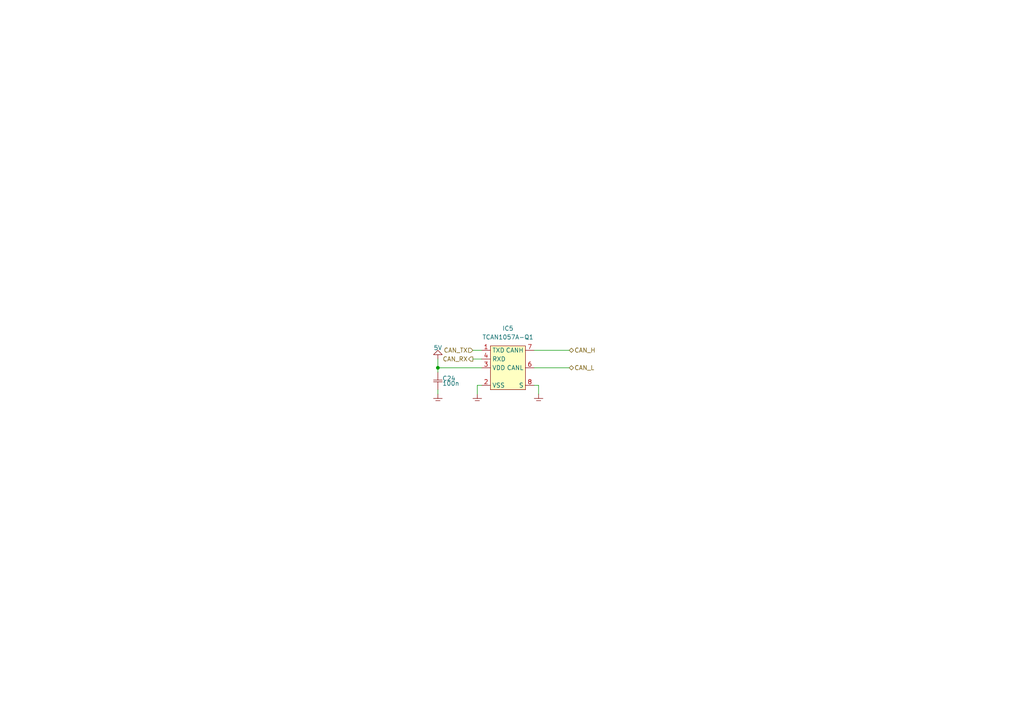
<source format=kicad_sch>
(kicad_sch (version 20231120) (generator "eeschema") (generator_version "8.0")
  (paper "A4")
  (title_block (title "CAN bus to RC servo adapter") (date "2024-05-21") (rev "0") (comment 1 "CAN bus interface"))
  (lib_symbols
    (symbol "generic:5V" (power) (pin_numbers hide) (pin_names (offset 0) hide)
      (property "Value" "5V" (at 0 3.81 0))
      (symbol "5V_0_1"
        (polyline (pts (xy 0 0) (xy 0 1.27) (xy -1.27 1.27) (xy 0 2.54) (xy 1.27 1.27) (xy 0 1.27)))
      )
      (symbol "5V_1_1"
        (pin power_in line (at 0 0 90) (length 2.54) hide (name "5V") (number "~"))
      )
    )
    (symbol "generic:C" (pin_numbers hide) (pin_names (offset 0) hide)
      (property "Reference" "C" (at 2.54 0 0))
      (symbol "C_0_1"
        (polyline (pts (xy -1.27 -0.254) (xy 1.27 -0.254)))
        (polyline (pts (xy 1.27 0.254) (xy -1.27 0.254)))
      )
      (symbol "C_1_1"
        (pin bidirectional line (at 0 2.54 270) (length 2.3114) (name "~") (number "1"))
        (pin bidirectional line (at 0 -2.54 90) (length 2.3114) (name "~") (number "2"))
      )
    )
    (symbol "generic:GND" (power) (pin_numbers hide) (pin_names (offset 0) hide)
      (symbol "GND_0_1"
        (polyline (pts (xy -1.27 -1.27) (xy 1.27 -1.27)))
        (polyline (pts (xy 0 -2.54) (xy 0 -2.54)))
        (polyline (pts (xy 0 -1.27) (xy 0 0)))
        (polyline (pts (xy 0.635 -1.905) (xy -0.635 -1.905)))
      )
      (symbol "GND_1_1"
        (pin power_in line (at 0 0 270) (length 2.54) hide (name "GND") (number "~"))
      )
    )
    (symbol "serial:TCAN1057A-Q1"
      (property "Reference" "IC" (at 0 10.16 0))
      (property "Value" "TCAN1057A-Q1" (at 0 7.62 0))
      (symbol "TCAN1057A-Q1_0_1"
        (rectangle (start 5.08 -6.35) (end 5.08 -6.35))
      )
      (symbol "TCAN1057A-Q1_1_1"
        (rectangle (start -5.08 6.35) (end 5.08 -6.35) (fill (type background)))
        (pin input line (at -7.62 5.08 0) (length 2.54) (name "TXD") (number "1"))
        (pin power_out line (at -7.62 -5.08 0) (length 2.54) (name "VSS") (number "2"))
        (pin power_in line (at -7.62 0 0) (length 2.54) (name "VDD") (number "3"))
        (pin output line (at -7.62 2.54 0) (length 2.54) (name "RXD") (number "4"))
        (pin bidirectional line (at 7.62 0 180) (length 2.54) (name "CANL") (number "6"))
        (pin bidirectional line (at 7.62 5.08 180) (length 2.54) (name "CANH") (number "7"))
        (pin input line (at 7.62 -5.08 180) (length 2.54) (name "S") (number "8"))
      )
    )
  )
  (junction (at 127 106.68))
  (wire (pts (xy 139.7 111.76) (xy 138.43 111.76)))
  (wire (pts (xy 127 106.68) (xy 139.7 106.68)))
  (wire (pts (xy 154.94 101.6) (xy 165.1 101.6)))
  (wire (pts (xy 154.94 106.68) (xy 165.1 106.68)))
  (wire (pts (xy 127 107.95) (xy 127 106.68)))
  (wire (pts (xy 156.21 111.76) (xy 154.94 111.76)))
  (wire (pts (xy 137.16 101.6) (xy 139.7 101.6)))
  (wire (pts (xy 137.16 104.14) (xy 139.7 104.14)))
  (wire (pts (xy 127 113.03) (xy 127 114.3)))
  (wire (pts (xy 138.43 111.76) (xy 138.43 114.3)))
  (wire (pts (xy 127 104.14) (xy 127 106.68)))
  (wire (pts (xy 156.21 111.76) (xy 156.21 114.3)))
  (hierarchical_label "CAN_L" (shape bidirectional) (at 165.1 106.68 0))
  (hierarchical_label "CAN_RX" (shape output) (at 137.16 104.14 180))
  (hierarchical_label "CAN_TX" (shape input) (at 137.16 101.6 180))
  (hierarchical_label "CAN_H" (shape bidirectional) (at 165.1 101.6 0))
  (symbol (lib_id "generic:GND") (at 138.43 114.3 0) (unit 1)
    (property "Reference" "#GND030" (effects (hide yes)))
    (property "Value" "GND" (effects (hide yes)))
  )
  (symbol (lib_id "generic:GND") (at 156.21 114.3 0) (unit 1)
    (property "Reference" "#GND029" (effects (hide yes)))
    (property "Value" "GND" (effects (hide yes)))
  )
  (symbol (lib_id "generic:GND") (at 127 114.3 0) (unit 1)
    (property "Reference" "#GND031" (effects (hide yes)))
    (property "Value" "GND" (effects (hide yes)))
  )
  (symbol (lib_id "generic:5V") (at 127 104.14 0) (unit 1)
    (property "Reference" "#5V05" (effects (hide yes)))
    (property "Value" "5V" (at 127 101.6 0) (effects (justify bottom)))
  )
  (symbol (lib_id "serial:TCAN1057A-Q1") (at 147.32 106.68 0) (unit 1)
    (property "Reference" "IC5" (at 147.32 95.25 0))
    (property "Value" "TCAN1057A-Q1" (at 147.32 97.79 0))
    (property "Footprint" "TSOT:TSOT-23-8" (effects (hide yes)))
    (property "Datasheet" "https://www.ti.com/lit/ds/symlink/tcan1057a-q1.pdf" (effects (hide yes)))
    (property "MPN" "TCAN1057AVDDFRQ1" (effects (hide yes)))
    (property "Manufacturer" "Texas Instruments" (effects (hide yes)))
    (property "DigiKey" "296-TCAN1057AVDDFRQ1CT-ND" (effects (hide yes)))
  )
  (symbol (lib_id "generic:C") (at 127 110.49 0) (unit 1)
    (property "Reference" "C24" (at 128.27 110.49 0) (effects (justify left bottom)))
    (property "Value" "100n" (at 128.27 110.49 0) (effects (justify left top)))
    (property "Footprint" "SMT:0603" (effects (hide yes)))
  )
)
</source>
